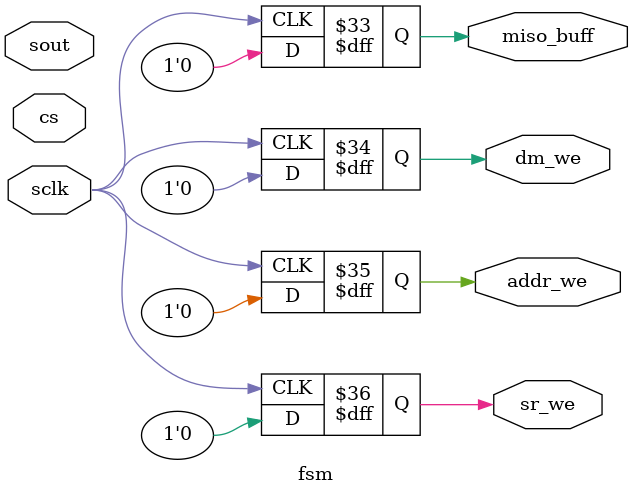
<source format=v>

module fsm (
input sclk,
input cs,
input sout,
output reg miso_buff,
output reg dm_we,
output reg addr_we,
output reg sr_we
);
// state constants
parameter IDLE = 0;
parameter GETTING_ADDR_0 = 1;
parameter GETTING_ADDR_1 = 2;
parameter GETTING_ADDR_2 = 3;
parameter GETTING_ADDR_3 = 4;
parameter GETTING_ADDR_4 = 5;
parameter GETTING_ADDR_5 = 6;
parameter GETTING_ADDR_6 = 7;
parameter GOT_ADDR = 8;
parameter DATA_MASTER_0 = 10;
parameter DATA_MASTER_1 = 11;
parameter DATA_MASTER_2 = 12;
parameter DATA_MASTER_3 = 13;
parameter DATA_MASTER_4 = 14;
parameter DATA_MASTER_5 = 15;
parameter DATA_MASTER_6 = 16;
parameter DATA_MASTER_7 = 17;
parameter SAVE_TO_DM = 18;
parameter DATA_DM = 20;
parameter SAVE_TO_MASTER_0 = 21;
parameter SAVE_TO_MASTER_1 = 22;
parameter SAVE_TO_MASTER_2 = 23;
parameter SAVE_TO_MASTER_3 = 24;
parameter SAVE_TO_MASTER_4 = 25;
parameter SAVE_TO_MASTER_5 = 26;
parameter SAVE_TO_MASTER_6 = 27;
parameter SAVE_TO_MASTER_7 = 28;

// state variables
reg state;
reg next_state;

// assign next state
always @ (sout)
begin
  next_state = 0;
  case (state)
    IDLE : next_state = GETTING_ADDR_0;
    GETTING_ADDR_0 : next_state = GETTING_ADDR_1;
    GETTING_ADDR_1 : next_state = GETTING_ADDR_2;
    GETTING_ADDR_2 : next_state = GETTING_ADDR_3;
    GETTING_ADDR_3 : next_state = GETTING_ADDR_4;
    GETTING_ADDR_4 : next_state = GETTING_ADDR_5;
    GETTING_ADDR_5 : next_state = GETTING_ADDR_6;
    GETTING_ADDR_6 : next_state = GOT_ADDR;
    GOT_ADDR : if (sout==1) begin
                  next_state = DATA_MASTER_0;
                end else begin
                  next_state = DATA_DM;
                end

    DATA_MASTER_0 : next_state = DATA_MASTER_1;
    DATA_MASTER_1 : next_state = DATA_MASTER_2;
    DATA_MASTER_2 : next_state = DATA_MASTER_3;
    DATA_MASTER_3 : next_state = DATA_MASTER_4;
    DATA_MASTER_4 : next_state = DATA_MASTER_5;
    DATA_MASTER_5 : next_state = DATA_MASTER_6;
    DATA_MASTER_6 : next_state = DATA_MASTER_7;
    DATA_MASTER_7 : next_state = SAVE_TO_DM;
    SAVE_TO_DM : next_state = IDLE;

    DATA_DM : next_state = SAVE_TO_MASTER_0;
    SAVE_TO_MASTER_0 : next_state = SAVE_TO_MASTER_1;
    SAVE_TO_MASTER_1 : next_state = SAVE_TO_MASTER_2;
    SAVE_TO_MASTER_2 : next_state = SAVE_TO_MASTER_3;
    SAVE_TO_MASTER_3 : next_state = SAVE_TO_MASTER_4;
    SAVE_TO_MASTER_4 : next_state = SAVE_TO_MASTER_5;
    SAVE_TO_MASTER_5 : next_state = SAVE_TO_MASTER_6;
    SAVE_TO_MASTER_6 : next_state = SAVE_TO_MASTER_7;
    SAVE_TO_MASTER_7 : next_state = IDLE;
  endcase
end

// clk logic
always @ (posedge sclk)
begin
  if (cs==1) begin
    state <= IDLE;
  end else begin
    state <= next_state;
  end
end

// map state to output
always @ (posedge sclk)
begin
  if (cs==1) begin
    miso_buff <= 0;
    dm_we <= 0;
    addr_we <= 0;
    sr_we <= 0;
  end
  else begin
    case(state)
      IDLE, GETTING_ADDR_0,
      GETTING_ADDR_1, GETTING_ADDR_2, GETTING_ADDR_3,
      GETTING_ADDR_4, GETTING_ADDR_5, GETTING_ADDR_6,
      DATA_MASTER_0, DATA_MASTER_1, DATA_MASTER_2,
      DATA_MASTER_3, DATA_MASTER_4, DATA_MASTER_5,
      DATA_MASTER_6, DATA_MASTER_7 :begin
        miso_buff <= 0;
        dm_we <= 0;
        addr_we <= 0;
        sr_we <= 0;
      end
      GOT_ADDR: begin
        miso_buff <= 0;
        dm_we <= 0;
        addr_we <= 1;
        sr_we <= 0;
      end
      SAVE_TO_DM: begin
        miso_buff <= 0;
        dm_we <= 1;
        addr_we <= 0;
        sr_we <= 0;
      end
      DATA_DM: begin
        miso_buff <= 0;
        dm_we <= 0;
        addr_we <= 0;
        sr_we <= 1;
      end
      SAVE_TO_MASTER_0, SAVE_TO_MASTER_1, SAVE_TO_MASTER_2,
      SAVE_TO_MASTER_3, SAVE_TO_MASTER_4, SAVE_TO_MASTER_5,
      SAVE_TO_MASTER_6, SAVE_TO_MASTER_7: begin
        miso_buff <= 1;
        dm_we <= 0;
        addr_we <= 0;
        sr_we <= 0;
      end
    endcase
  end
end

endmodule

</source>
